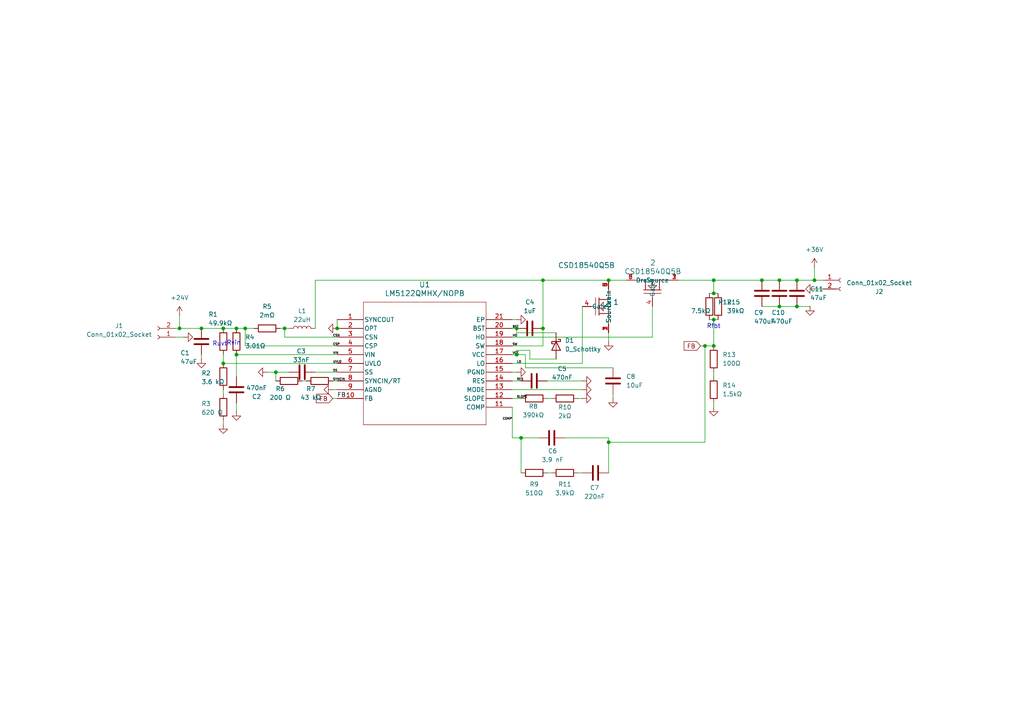
<source format=kicad_sch>
(kicad_sch (version 20250114) (generator "eeschema") (generator_version "9.0")
  (paper "A4")
  (lib_symbols
    (symbol "Boost_Converter_Library:CSD18540Q5B" (pin_names (offset 0.254))
      (property "Value" "CSD18540Q5B" (at -6.985 10.16 0))
      (symbol "CSD18540Q5B_1_1"
        (polyline (pts (xy -3.81 0) (xy -1.27 0)) (stroke (width 0.1524)))
        (polyline (pts (xy -1.27 0) (xy 0 0)) (stroke (width 0.1524)))
        (polyline (pts (xy 0 -2.54) (xy 0 2.54)) (stroke (width 0.1524)))
        (polyline (pts (xy 1.016 2.54) (xy 1.016 -2.54)) (stroke (width 0.1524)))
        (polyline (pts (xy 1.016 2.54) (xy 1.016 -2.54)) (stroke (width 0.1524)))
        (polyline (pts (xy 1.016 0) (xy 2.286 1.27)) (stroke (width 0.1524)))
        (polyline (pts (xy 1.016 -2.032) (xy 3.81 -2.032)) (stroke (width 0.1524)))
        (polyline (pts (xy 1.27 -2.032) (xy 3.556 -2.032)) (stroke (width 0.1524)))
        (polyline (pts (xy 2.286 1.27) (xy 2.286 -1.27)) (stroke (width 0.1524)))
        (polyline (pts (xy 2.286 0) (xy 3.81 0)) (stroke (width 0.1524)))
        (polyline (pts (xy 2.286 -1.27) (xy 1.016 0)) (stroke (width 0.1524)))
        (polyline (pts (xy 2.794 0) (xy 3.81 0)) (stroke (width 0.1524)))
        (polyline (pts (xy 3.81 7.366) (xy 3.81 4.826)) (stroke (width 0.1524)))
        (polyline (pts (xy 3.81 5.08) (xy 3.81 2.54)) (stroke (width 0.1524)))
        (polyline (pts (xy 3.81 2.54) (xy 3.81 2.032)) (stroke (width 0.1524)))
        (polyline (pts (xy 3.81 2.54) (xy 3.81 2.032)) (stroke (width 0.1524)))
        (polyline (pts (xy 3.81 2.032) (xy 1.016 2.032)) (stroke (width 0.1524)))
        (polyline (pts (xy 3.81 2.032) (xy 1.27 2.032)) (stroke (width 0.1524)))
        (polyline (pts (xy 3.81 0) (xy 3.81 -2.54)) (stroke (width 0.1524)))
        (polyline (pts (xy 3.81 0) (xy 3.81 -2.54)) (stroke (width 0.1524)))
        (polyline (pts (xy 3.81 -2.54) (xy 3.81 -5.08)) (stroke (width 0.1524)))
        (polyline (pts (xy 3.81 -7.62) (xy 3.81 -5.08)) (stroke (width 0.1524)))
        (pin unspecified line (at -3.81 0 0) (length 2.54) (name "Gate") (number "4"))
        (pin unspecified line (at 3.81 7.62 270) (length 2.54) (name "Drain") (number "5"))
        (pin unspecified line (at 3.81 7.62 270) (length 2.54) (name "Drain") (number "6"))
        (pin unspecified line (at 3.81 7.62 270) (length 2.54) (name "Drain") (number "7"))
        (pin unspecified line (at 3.81 7.62 270) (length 2.54) (name "Drain") (number "8"))
        (pin unspecified line (at 3.81 -7.62 90) (length 2.54) (name "Source") (number "1"))
        (pin unspecified line (at 3.81 -7.62 90) (length 2.54) (name "Source") (number "2"))
        (pin unspecified line (at 3.81 -7.62 90) (length 2.54) (name "Source") (number "3"))
      )
    )
    (symbol "Boost_Converter_Library:LM5122QMH_NOPB" (pin_names (offset 0.254))
      (property "Reference" "U" (at 25.4 10.16 0))
      (property "Value" "LM5122QMH/NOPB" (at 25.4 7.62 0))
      (symbol "LM5122QMH_NOPB_0_1"
        (polyline (pts (xy 7.62 5.08) (xy 7.62 -30.48)) (stroke (width 0.127)))
        (polyline (pts (xy 7.62 -30.48) (xy 43.18 -30.48)) (stroke (width 0.127)))
        (polyline (pts (xy 43.18 5.08) (xy 7.62 5.08)) (stroke (width 0.127)))
        (polyline (pts (xy 43.18 -30.48) (xy 43.18 5.08)) (stroke (width 0.127)))
        (pin output line (at 0 0 0) (length 7.62) (name "SYNCOUT") (number "1"))
        (pin input line (at 0 -2.54 0) (length 7.62) (name "OPT") (number "2"))
        (pin input line (at 0 -5.08 0) (length 7.62) (name "CSN") (number "3"))
        (pin input line (at 0 -7.62 0) (length 7.62) (name "CSP") (number "4"))
        (pin input line (at 0 -10.16 0) (length 7.62) (name "VIN") (number "5"))
        (pin input line (at 0 -12.7 0) (length 7.62) (name "UVLO") (number "6"))
        (pin input line (at 0 -15.24 0) (length 7.62) (name "SS") (number "7"))
        (pin input line (at 0 -17.78 0) (length 7.62) (name "SYNCIN/RT") (number "8"))
        (pin power_in line (at 0 -20.32 0) (length 7.62) (name "AGND") (number "9"))
        (pin input line (at 0 -22.86 0) (length 7.62) (name "FB") (number "10"))
        (pin power_out line (at 50.8 0 180) (length 7.62) (name "EP") (number "21"))
        (pin input line (at 50.8 -2.54 180) (length 7.62) (name "BST") (number "20"))
        (pin output line (at 50.8 -5.08 180) (length 7.62) (name "HO") (number "19"))
        (pin bidirectional line (at 50.8 -7.62 180) (length 7.62) (name "SW") (number "18"))
        (pin power_in line (at 50.8 -10.16 180) (length 7.62) (name "VCC") (number "17"))
        (pin output line (at 50.8 -12.7 180) (length 7.62) (name "LO") (number "16"))
        (pin power_in line (at 50.8 -15.24 180) (length 7.62) (name "PGND") (number "15"))
        (pin output line (at 50.8 -17.78 180) (length 7.62) (name "RES") (number "14"))
        (pin input line (at 50.8 -20.32 180) (length 7.62) (name "MODE") (number "13"))
        (pin input line (at 50.8 -22.86 180) (length 7.62) (name "SLOPE") (number "12"))
        (pin output line (at 50.8 -25.4 180) (length 7.62) (name "COMP") (number "11"))
      )
    )
    (symbol "Connector:Conn_01x02_Socket" (pin_names (offset 1.016) (hide yes))
      (property "Reference" "J" (at 0 2.54 0))
      (property "Value" "Conn_01x02_Socket" (at 0 -5.08 0))
      (symbol "Conn_01x02_Socket_1_1"
        (polyline (pts (xy -1.27 0) (xy -0.508 0)) (stroke (width 0.1524)))
        (polyline (pts (xy -1.27 -2.54) (xy -0.508 -2.54)) (stroke (width 0.1524)))
        (arc (start 0 -0.508) (mid -0.5058 0) (end 0 0.508) (stroke (width 0.1524)))
        (arc (start 0 -3.048) (mid -0.5058 -2.54) (end 0 -2.032) (stroke (width 0.1524)))
        (pin passive line (at -5.08 0 0) (length 3.81) (name "Pin_1") (number "1"))
        (pin passive line (at -5.08 -2.54 0) (length 3.81) (name "Pin_2") (number "2"))
      )
    )
    (symbol "Device:C" (pin_numbers (hide yes)) (pin_names (offset 0.254))
      (property "Reference" "C" (at 0.635 2.54 0))
      (property "Value" "C" (at 0.635 -2.54 0))
      (symbol "C_0_1"
        (polyline (pts (xy -2.032 0.762) (xy 2.032 0.762)) (stroke (width 0.508)))
        (polyline (pts (xy -2.032 -0.762) (xy 2.032 -0.762)) (stroke (width 0.508)))
      )
      (symbol "C_1_1"
        (pin passive line (at 0 3.81 270) (length 2.794) (name "~") (number "1"))
        (pin passive line (at 0 -3.81 90) (length 2.794) (name "~") (number "2"))
      )
    )
    (symbol "Device:D_Schottky" (pin_numbers (hide yes)) (pin_names (offset 1.016) (hide yes))
      (property "Reference" "D" (at 0 2.54 0))
      (property "Value" "D_Schottky" (at 0 -2.54 0))
      (symbol "D_Schottky_0_1"
        (polyline (pts (xy -1.905 0.635) (xy -1.905 1.27) (xy -1.27 1.27) (xy -1.27 -1.27) (xy -0.635 -1.27) (xy -0.635 -0.635)) (stroke (width 0.254)))
        (polyline (pts (xy 1.27 1.27) (xy 1.27 -1.27) (xy -1.27 0) (xy 1.27 1.27)) (stroke (width 0.254)))
        (polyline (pts (xy 1.27 0) (xy -1.27 0)))
      )
      (symbol "D_Schottky_1_1"
        (pin passive line (at -3.81 0 0) (length 2.54) (name "K") (number "1"))
        (pin passive line (at 3.81 0 180) (length 2.54) (name "A") (number "2"))
      )
    )
    (symbol "Device:L" (pin_numbers (hide yes)) (pin_names (offset 1.016) (hide yes))
      (property "Reference" "L" (at -1.27 0 90))
      (property "Value" "L" (at 1.905 0 90))
      (symbol "L_0_1"
        (arc (start 0 2.54) (mid 0.6323 1.905) (end 0 1.27))
        (arc (start 0 1.27) (mid 0.6323 0.635) (end 0 0))
        (arc (start 0 0) (mid 0.6323 -0.635) (end 0 -1.27))
        (arc (start 0 -1.27) (mid 0.6323 -1.905) (end 0 -2.54))
      )
      (symbol "L_1_1"
        (pin passive line (at 0 3.81 270) (length 1.27) (name "1") (number "1"))
        (pin passive line (at 0 -3.81 90) (length 1.27) (name "2") (number "2"))
      )
    )
    (symbol "Device:R" (pin_numbers (hide yes)) (pin_names (offset 0))
      (property "Reference" "R" (at 2.032 0 90))
      (property "Value" "R" (at 0 0 90))
      (symbol "R_0_1"
        (rectangle (start -1.016 -2.54) (end 1.016 2.54) (stroke (width 0.254)))
      )
      (symbol "R_1_1"
        (pin passive line (at 0 3.81 270) (length 1.27) (name "~") (number "1"))
        (pin passive line (at 0 -3.81 90) (length 1.27) (name "~") (number "2"))
      )
    )
    (symbol "power:+24V" (power) (pin_numbers (hide yes)) (pin_names (offset 0) (hide yes))
      (property "Value" "+24V" (at 0 3.556 0))
      (symbol "+24V_0_1"
        (polyline (pts (xy -0.762 1.27) (xy 0 2.54)))
        (polyline (pts (xy 0 2.54) (xy 0.762 1.27)))
        (polyline (pts (xy 0 0) (xy 0 2.54)))
      )
      (symbol "+24V_1_1"
        (pin power_in line (at 0 0 90) (length 0) (name "~") (number "1"))
      )
    )
    (symbol "power:GND" (power) (pin_numbers (hide yes)) (pin_names (offset 0) (hide yes))
      (property "Value" "GND" (at 0 -3.81 0))
      (symbol "GND_0_1"
        (polyline (pts (xy 0 0) (xy 0 -1.27) (xy 1.27 -1.27) (xy 0 -2.54) (xy -1.27 -1.27) (xy 0 -1.27)))
      )
      (symbol "GND_1_1"
        (pin power_in line (at 0 0 270) (length 0) (name "~") (number "1"))
      )
    )
  )
  (text "Rvin" (at 67.818 99.568 0) (effects (font (size 1.27 1.27))))
  (text "Ruvt" (at 63.754 99.822 0) (effects (font (size 1.27 1.27))))
  (text "Rfbt" (at 207.01 94.742 0) (effects (font (size 1.27 1.27))))
  (junction (at 58.42 95.25))
  (junction (at 157.48 95.25))
  (junction (at 231.14 81.28))
  (junction (at 220.98 81.28))
  (junction (at 207.01 81.28))
  (junction (at 226.06 88.9))
  (junction (at 231.14 88.9))
  (junction (at 149.86 102.87))
  (junction (at 176.53 128.27))
  (junction (at 80.01 107.95))
  (junction (at 64.77 105.41))
  (junction (at 68.58 102.87))
  (junction (at 207.01 85.09))
  (junction (at 97.79 95.25))
  (junction (at 71.12 95.25))
  (junction (at 82.55 95.25))
  (junction (at 64.77 95.25))
  (junction (at 176.53 81.28))
  (junction (at 157.48 81.28))
  (junction (at 52.07 95.25))
  (junction (at 151.13 127))
  (junction (at 207.01 92.71))
  (junction (at 236.22 81.28))
  (junction (at 207.01 100.33))
  (junction (at 226.06 81.28))
  (junction (at 204.47 100.33))
  (junction (at 149.86 95.25))
  (junction (at 68.58 95.25))
  (wire (pts (xy 157.48 95.25) (xy 157.48 100.33)))
  (wire (pts (xy 226.06 88.9) (xy 231.14 88.9)))
  (wire (pts (xy 68.58 116.84) (xy 68.58 119.38)))
  (wire (pts (xy 207.01 81.28) (xy 220.98 81.28)))
  (wire (pts (xy 64.77 105.41) (xy 97.79 105.41)))
  (wire (pts (xy 153.67 104.14) (xy 153.67 101.6)))
  (wire (pts (xy 77.47 107.95) (xy 80.01 107.95)))
  (wire (pts (xy 80.01 107.95) (xy 80.01 110.49)))
  (wire (pts (xy 177.8 114.3) (xy 177.8 115.57)))
  (wire (pts (xy 207.01 107.95) (xy 207.01 109.22)))
  (wire (pts (xy 204.47 100.33) (xy 204.47 128.27)))
  (wire (pts (xy 148.59 127) (xy 151.13 127)))
  (wire (pts (xy 149.86 102.87) (xy 152.4 102.87)))
  (wire (pts (xy 148.59 113.03) (xy 168.91 113.03)))
  (wire (pts (xy 149.86 102.87) (xy 148.59 102.87)))
  (wire (pts (xy 149.86 95.25) (xy 149.86 96.52)))
  (wire (pts (xy 149.86 101.6) (xy 149.86 102.87)))
  (wire (pts (xy 148.59 95.25) (xy 149.86 95.25)))
  (wire (pts (xy 71.12 95.25) (xy 73.66 95.25)))
  (wire (pts (xy 151.13 127) (xy 151.13 137.16)))
  (wire (pts (xy 82.55 97.79) (xy 97.79 97.79)))
  (wire (pts (xy 158.75 110.49) (xy 168.91 110.49)))
  (wire (pts (xy 161.29 96.52) (xy 149.86 96.52)))
  (wire (pts (xy 81.28 95.25) (xy 82.55 95.25)))
  (wire (pts (xy 87.63 110.49) (xy 88.9 110.49)))
  (wire (pts (xy 68.58 102.87) (xy 97.79 102.87)))
  (wire (pts (xy 97.79 92.71) (xy 97.79 95.25)))
  (wire (pts (xy 231.14 88.9) (xy 234.95 88.9)))
  (wire (pts (xy 96.52 113.03) (xy 97.79 113.03)))
  (wire (pts (xy 96.52 110.49) (xy 97.79 110.49)))
  (wire (pts (xy 205.74 85.09) (xy 207.01 85.09)))
  (wire (pts (xy 157.48 81.28) (xy 157.48 95.25)))
  (wire (pts (xy 167.64 137.16) (xy 168.91 137.16)))
  (wire (pts (xy 207.01 81.28) (xy 207.01 85.09)))
  (wire (pts (xy 220.98 81.28) (xy 226.06 81.28)))
  (wire (pts (xy 58.42 102.87) (xy 58.42 104.14)))
  (wire (pts (xy 207.01 92.71) (xy 208.28 92.71)))
  (wire (pts (xy 71.12 100.33) (xy 97.79 100.33)))
  (wire (pts (xy 207.01 85.09) (xy 208.28 85.09)))
  (wire (pts (xy 168.91 105.41) (xy 148.59 105.41)))
  (wire (pts (xy 207.01 92.71) (xy 207.01 100.33)))
  (wire (pts (xy 158.75 137.16) (xy 160.02 137.16)))
  (wire (pts (xy 196.85 81.28) (xy 207.01 81.28)))
  (wire (pts (xy 176.53 137.16) (xy 176.53 128.27)))
  (wire (pts (xy 152.4 106.68) (xy 177.8 106.68)))
  (wire (pts (xy 168.91 88.9) (xy 168.91 105.41)))
  (wire (pts (xy 189.23 88.9) (xy 189.23 97.79)))
  (wire (pts (xy 176.53 128.27) (xy 176.53 127)))
  (wire (pts (xy 207.01 116.84) (xy 207.01 118.11)))
  (wire (pts (xy 161.29 104.14) (xy 153.67 104.14)))
  (wire (pts (xy 231.14 81.28) (xy 236.22 81.28)))
  (wire (pts (xy 236.22 83.82) (xy 238.76 83.82)))
  (wire (pts (xy 148.59 107.95) (xy 149.86 107.95)))
  (wire (pts (xy 82.55 97.79) (xy 82.55 95.25)))
  (wire (pts (xy 82.55 95.25) (xy 83.82 95.25)))
  (wire (pts (xy 176.53 96.52) (xy 176.53 99.06)))
  (wire (pts (xy 207.01 100.33) (xy 204.47 100.33)))
  (wire (pts (xy 80.01 107.95) (xy 83.82 107.95)))
  (wire (pts (xy 71.12 95.25) (xy 71.12 100.33)))
  (wire (pts (xy 226.06 81.28) (xy 231.14 81.28)))
  (wire (pts (xy 68.58 102.87) (xy 68.58 109.22)))
  (wire (pts (xy 158.75 115.57) (xy 160.02 115.57)))
  (wire (pts (xy 68.58 95.25) (xy 71.12 95.25)))
  (wire (pts (xy 64.77 95.25) (xy 68.58 95.25)))
  (wire (pts (xy 91.44 81.28) (xy 157.48 81.28)))
  (wire (pts (xy 176.53 127) (xy 163.83 127)))
  (wire (pts (xy 148.59 110.49) (xy 151.13 110.49)))
  (wire (pts (xy 91.44 95.25) (xy 91.44 81.28)))
  (wire (pts (xy 220.98 88.9) (xy 226.06 88.9)))
  (wire (pts (xy 176.53 128.27) (xy 204.47 128.27)))
  (wire (pts (xy 148.59 115.57) (xy 151.13 115.57)))
  (wire (pts (xy 64.77 121.92) (xy 64.77 123.19)))
  (wire (pts (xy 205.74 92.71) (xy 207.01 92.71)))
  (wire (pts (xy 236.22 77.47) (xy 236.22 81.28)))
  (wire (pts (xy 52.07 95.25) (xy 58.42 95.25)))
  (wire (pts (xy 148.59 92.71) (xy 149.86 92.71)))
  (wire (pts (xy 157.48 81.28) (xy 176.53 81.28)))
  (wire (pts (xy 50.8 95.25) (xy 52.07 95.25)))
  (wire (pts (xy 64.77 102.87) (xy 64.77 105.41)))
  (wire (pts (xy 152.4 102.87) (xy 152.4 106.68)))
  (wire (pts (xy 148.59 118.11) (xy 148.59 127)))
  (wire (pts (xy 50.8 97.79) (xy 53.34 97.79)))
  (wire (pts (xy 167.64 115.57) (xy 168.91 115.57)))
  (wire (pts (xy 157.48 100.33) (xy 148.59 100.33)))
  (wire (pts (xy 156.21 127) (xy 151.13 127)))
  (wire (pts (xy 153.67 101.6) (xy 149.86 101.6)))
  (wire (pts (xy 52.07 91.44) (xy 52.07 95.25)))
  (wire (pts (xy 204.47 100.33) (xy 203.2 100.33)))
  (wire (pts (xy 64.77 113.03) (xy 64.77 114.3)))
  (wire (pts (xy 176.53 81.28) (xy 181.61 81.28)))
  (wire (pts (xy 96.52 115.57) (xy 97.79 115.57)))
  (wire (pts (xy 58.42 95.25) (xy 64.77 95.25)))
  (wire (pts (xy 236.22 81.28) (xy 238.76 81.28)))
  (wire (pts (xy 189.23 97.79) (xy 148.59 97.79)))
  (wire (pts (xy 91.44 107.95) (xy 97.79 107.95)))
  (label "SW" (at 148.59 100.33 0) (effects (font (size 0.635 0.635))))
  (label "SS" (at 96.52 107.95 0) (effects (font (size 0.635 0.635))))
  (label "HO" (at 148.59 97.79 0) (effects (font (size 0.635 0.635))))
  (label "RES" (at 149.86 110.49 0) (effects (font (size 0.635 0.635))))
  (label "SLOPE" (at 149.86 115.57 0) (effects (font (size 0.635 0.635))))
  (label "VIN" (at 96.52 102.87 0) (effects (font (size 0.635 0.635))))
  (label "VCC" (at 148.59 102.87 0) (effects (font (size 0.635 0.635))))
  (label "CSP" (at 96.52 100.33 0) (effects (font (size 0.635 0.635))))
  (label "LO" (at 149.86 105.41 0) (effects (font (size 0.635 0.635))))
  (label "COMP" (at 148.59 121.92 180) (effects (font (size 0.635 0.635))))
  (label "BST" (at 148.59 95.25 0) (effects (font (size 0.635 0.635))))
  (label "UVLO" (at 96.52 105.41 0) (effects (font (size 0.635 0.635))))
  (label "SYNCIN" (at 96.52 110.49 0) (effects (font (size 0.635 0.635))))
  (label "CSN" (at 96.52 97.79 0) (effects (font (size 0.635 0.635))))
  (label "FB" (at 97.79 115.57 0))
  (global_label "FB" (shape input) (at 96.52 115.57 180) (property "Intersheetrefs" "${INTERSHEET_REFS}" (effects (hide yes))))
  (global_label "FB" (shape input) (at 203.2 100.33 180) (property "Intersheetrefs" "${INTERSHEET_REFS}" (effects (hide yes))))
  (symbol (lib_id "power:GND") (at 236.22 83.82 270) (unit 1)
    (property "Reference" "#PWR019" (effects (hide yes)))
    (property "Value" "GND" (effects (hide yes)))
    (property "Description" "Power symbol creates a global label with name \"GND\" , ground" (effects (hide yes)))
  )
  (symbol (lib_id "Device:R") (at 77.47 95.25 90) (unit 1)
    (property "Reference" "R5" (at 77.47 88.9 90))
    (property "Value" "2mΩ" (at 77.47 91.44 90))
    (property "Footprint" "Resistor_SMD:R_2512_6332Metric" (effects (hide yes)))
    (property "Description" "Resistor" (effects (hide yes)))
    (property "JLCPCB Part number" "C728306" (effects (hide yes)))
  )
  (symbol (lib_id "Connector:Conn_01x02_Socket") (at 45.72 97.79 180) (unit 1)
    (property "Reference" "J1" (at 34.544 94.488 0))
    (property "Value" "Conn_01x02_Socket" (at 34.544 97.028 0))
    (property "Footprint" "TerminalBlock_MetzConnect:TerminalBlock_MetzConnect_Type055_RT01502HDWU_1x02_P5.00mm_Horizontal" (effects (hide yes)))
    (property "Description" "Generic connector, single row, 01x02, script generated" (effects (hide yes)))
  )
  (symbol (lib_id "Device:R") (at 64.77 118.11 0) (unit 1)
    (property "Reference" "R3" (at 58.42 117.094 0) (effects (justify left)))
    (property "Value" "620 Ω" (at 58.42 119.634 0) (effects (justify left)))
    (property "Footprint" "Resistor_SMD:R_0603_1608Metric" (effects (hide yes)))
    (property "Description" "Resistor" (effects (hide yes)))
    (property "JLCPCB Part number" "C23220" (effects (hide yes)))
  )
  (symbol (lib_id "power:+24V") (at 236.22 77.47 0) (unit 1)
    (property "Reference" "#PWR018" (effects (hide yes)))
    (property "Value" "+36V" (at 236.22 72.39 0))
    (property "Description" "Power symbol creates a global label with name \"+24V\"" (effects (hide yes)))
  )
  (symbol (lib_id "Device:R") (at 163.83 137.16 90) (unit 1)
    (property "Reference" "R11" (at 163.83 140.462 90))
    (property "Value" "3.9kΩ" (at 163.83 143.002 90))
    (property "Footprint" "Resistor_SMD:R_0603_1608Metric" (effects (hide yes)))
    (property "Description" "Resistor" (effects (hide yes)))
    (property "JLCPCB Part number" "C23018" (effects (hide yes)))
  )
  (symbol (lib_id "Connector:Conn_01x02_Socket") (at 243.84 81.28 0) (unit 1)
    (property "Reference" "J2" (at 255.016 84.582 0))
    (property "Value" "Conn_01x02_Socket" (at 255.016 82.042 0))
    (property "Footprint" "TerminalBlock_MetzConnect:TerminalBlock_MetzConnect_Type055_RT01502HDWU_1x02_P5.00mm_Horizontal" (effects (hide yes)))
    (property "Description" "Generic connector, single row, 01x02, script generated" (effects (hide yes)))
  )
  (symbol (lib_id "Device:R") (at 154.94 137.16 90) (unit 1)
    (property "Reference" "R9" (at 154.94 140.462 90))
    (property "Value" "510Ω" (at 154.94 143.002 90))
    (property "Footprint" "Resistor_SMD:R_0603_1608Metric" (effects (hide yes)))
    (property "Description" "Resistor" (effects (hide yes)))
    (property "JLCPCB Part number" "C23193" (effects (hide yes)))
  )
  (symbol (lib_id "Boost_Converter_Library:LM5122QMH_NOPB") (at 97.79 92.71 0) (unit 1)
    (property "Reference" "U1" (at 123.19 82.55 0) (effects (font (size 1.524 1.524))))
    (property "Value" "LM5122QMHX/NOPB" (at 123.19 85.09 0) (effects (font (size 1.524 1.524))))
    (property "Footprint" "Boost_Converter_Footprint_Library:HTSSOP20" (effects (hide yes)))
    (property "Datasheet" "https://www.ti.com/lit/gpn/lm5122-q1" (effects (hide yes)))
    (property "JLCPCB Part number" "C527477" (effects (hide yes)))
  )
  (symbol (lib_id "Boost_Converter_Library:CSD18540Q5B") (at 189.23 85.09 90) (unit 1)
    (property "Reference" "2" (at 189.357 76.2 90) (effects (font (size 1.524 1.524))))
    (property "Value" "CSD18540Q5B" (at 189.357 78.74 90) (effects (font (size 1.524 1.524))))
    (property "Footprint" "DNK0008A" (effects (hide yes)))
    (property "Datasheet" "https://www.ti.com/lit/gpn/csd18540q5b" (effects (hide yes)))
    (property "JLCPCB Part number" "C86513" (effects (hide yes)))
  )
  (symbol (lib_id "power:GND") (at 176.53 99.06 0) (unit 1)
    (property "Reference" "#PWR014" (effects (hide yes)))
    (property "Value" "GND" (effects (hide yes)))
    (property "Description" "Power symbol creates a global label with name \"GND\" , ground" (effects (hide yes)))
  )
  (symbol (lib_id "Device:C") (at 154.94 110.49 90) (unit 1)
    (property "Reference" "C5" (at 163.068 106.934 90))
    (property "Value" "470nF" (at 163.068 109.474 90))
    (property "Footprint" "Capacitor_SMD:C_0603_1608Metric" (effects (hide yes)))
    (property "Description" "Unpolarized capacitor" (effects (hide yes)))
    (property "JLCPCB Part number" "C1623" (effects (hide yes)))
  )
  (symbol (lib_id "power:GND") (at 58.42 104.14 0) (unit 1)
    (property "Reference" "#PWR03" (effects (hide yes)))
    (property "Value" "GND" (effects (hide yes)))
    (property "Description" "Power symbol creates a global label with name \"GND\" , ground" (effects (hide yes)))
  )
  (symbol (lib_id "power:GND") (at 77.47 107.95 270) (unit 1)
    (property "Reference" "#PWR06" (effects (hide yes)))
    (property "Value" "GND" (effects (hide yes)))
    (property "Description" "Power symbol creates a global label with name \"GND\" , ground" (effects (hide yes)))
  )
  (symbol (lib_id "Device:C") (at 87.63 107.95 90) (unit 1)
    (property "Reference" "C3" (at 87.376 101.854 90))
    (property "Value" "33nF" (at 87.376 104.394 90))
    (property "Footprint" "Capacitor_SMD:C_0603_1608Metric" (effects (hide yes)))
    (property "Description" "Unpolarized capacitor" (effects (hide yes)))
    (property "JLCPCB Part number" "C21117" (effects (hide yes)))
  )
  (symbol (lib_id "power:GND") (at 64.77 123.19 0) (unit 1)
    (property "Reference" "#PWR04" (effects (hide yes)))
    (property "Value" "GND" (effects (hide yes)))
    (property "Description" "Power symbol creates a global label with name \"GND\" , ground" (effects (hide yes)))
  )
  (symbol (lib_id "power:GND") (at 168.91 115.57 90) (unit 1)
    (property "Reference" "#PWR013" (effects (hide yes)))
    (property "Value" "GND" (effects (hide yes)))
    (property "Description" "Power symbol creates a global label with name \"GND\" , ground" (effects (hide yes)))
  )
  (symbol (lib_id "Device:C") (at 160.02 127 90) (unit 1)
    (property "Reference" "C6" (at 160.274 130.81 90))
    (property "Value" "3.9 nF" (at 160.274 133.35 90))
    (property "Footprint" "Capacitor_SMD:C_0603_1608Metric" (effects (hide yes)))
    (property "Description" "Unpolarized capacitor" (effects (hide yes)))
    (property "JLCPCB Part number" "C1618" (effects (hide yes)))
  )
  (symbol (lib_id "power:GND") (at 149.86 107.95 90) (unit 1)
    (property "Reference" "#PWR010" (effects (hide yes)))
    (property "Value" "GND" (effects (hide yes)))
    (property "Description" "Power symbol creates a global label with name \"GND\" , ground" (effects (hide yes)))
  )
  (symbol (lib_id "Device:R") (at 207.01 113.03 0) (unit 1)
    (property "Reference" "R14" (at 209.55 111.7599 0) (effects (justify left)))
    (property "Value" "1.5kΩ" (at 209.55 114.2999 0) (effects (justify left)))
    (property "Footprint" "Resistor_SMD:R_0603_1608Metric" (effects (hide yes)))
    (property "Description" "Resistor" (effects (hide yes)))
    (property "JLCPCB Part number" "C22843" (effects (hide yes)))
  )
  (symbol (lib_id "Device:R") (at 205.74 88.9 0) (unit 1)
    (property "Reference" "R12" (at 208.28 87.6299 0) (effects (justify left)))
    (property "Value" "7.5kΩ" (at 200.406 90.17 0) (effects (justify left)))
    (property "Footprint" "Resistor_SMD:R_0603_1608Metric" (effects (hide yes)))
    (property "Description" "Resistor" (effects (hide yes)))
    (property "JLCPCB Part number" "C23234" (effects (hide yes)))
  )
  (symbol (lib_id "power:GND") (at 207.01 118.11 0) (unit 1)
    (property "Reference" "#PWR016" (effects (hide yes)))
    (property "Value" "GND" (effects (hide yes)))
    (property "Description" "Power symbol creates a global label with name \"GND\" , ground" (effects (hide yes)))
  )
  (symbol (lib_id "power:GND") (at 68.58 119.38 0) (unit 1)
    (property "Reference" "#PWR05" (effects (hide yes)))
    (property "Value" "GND" (effects (hide yes)))
    (property "Description" "Power symbol creates a global label with name \"GND\" , ground" (effects (hide yes)))
  )
  (symbol (lib_id "Device:C") (at 58.42 99.06 0) (unit 1)
    (property "Reference" "C1" (at 52.324 102.362 0) (effects (justify left)))
    (property "Value" "47uF" (at 52.324 104.902 0) (effects (justify left)))
    (property "Footprint" "Capacitor_SMD:C_1206_3216Metric" (effects (hide yes)))
    (property "Description" "Unpolarized capacitor" (effects (hide yes)))
    (property "JLCPCB Part number" "C96123" (effects (hide yes)))
  )
  (symbol (lib_id "Device:R") (at 64.77 99.06 0) (unit 1)
    (property "Reference" "R1" (at 60.452 91.186 0) (effects (justify left)))
    (property "Value" "49.9kΩ" (at 60.452 93.726 0) (effects (justify left)))
    (property "Footprint" "Resistor_SMD:R_0603_1608Metric" (effects (hide yes)))
    (property "Description" "Resistor" (effects (hide yes)))
    (property "JLCPCB Part number" "C23184" (effects (hide yes)))
  )
  (symbol (lib_id "Device:R") (at 64.77 109.22 0) (unit 1)
    (property "Reference" "R2" (at 58.42 108.204 0) (effects (justify left)))
    (property "Value" "3.6 kΩ" (at 58.42 110.744 0) (effects (justify left)))
    (property "Footprint" "Resistor_SMD:R_0603_1608Metric" (effects (hide yes)))
    (property "Description" "Resistor" (effects (hide yes)))
    (property "JLCPCB Part number" "C22980" (effects (hide yes)))
  )
  (symbol (lib_id "power:GND") (at 53.34 97.79 90) (unit 1)
    (property "Reference" "#PWR02" (effects (hide yes)))
    (property "Value" "GND" (effects (hide yes)))
    (property "Description" "Power symbol creates a global label with name \"GND\" , ground" (effects (hide yes)))
  )
  (symbol (lib_id "power:GND") (at 96.52 113.03 270) (unit 1)
    (property "Reference" "#PWR07" (effects (hide yes)))
    (property "Value" "GND" (effects (hide yes)))
    (property "Description" "Power symbol creates a global label with name \"GND\" , ground" (effects (hide yes)))
  )
  (symbol (lib_id "Device:C") (at 153.67 95.25 90) (unit 1)
    (property "Reference" "C4" (at 153.67 87.63 90))
    (property "Value" "1uF" (at 153.67 90.17 90))
    (property "Footprint" "Capacitor_SMD:C_0805_2012Metric" (effects (hide yes)))
    (property "Description" "Unpolarized capacitor" (effects (hide yes)))
    (property "JLCPCB Part number" "C28323" (effects (hide yes)))
  )
  (symbol (lib_id "power:GND") (at 177.8 115.57 0) (unit 1)
    (property "Reference" "#PWR015" (effects (hide yes)))
    (property "Value" "GND" (effects (hide yes)))
    (property "Description" "Power symbol creates a global label with name \"GND\" , ground" (effects (hide yes)))
  )
  (symbol (lib_id "Device:R") (at 207.01 104.14 0) (unit 1)
    (property "Reference" "R13" (at 209.55 102.8699 0) (effects (justify left)))
    (property "Value" "100Ω" (at 209.55 105.4099 0) (effects (justify left)))
    (property "Footprint" "Resistor_SMD:R_0603_1608Metric" (effects (hide yes)))
    (property "Description" "Resistor" (effects (hide yes)))
    (property "JLCPCB Part number" "C22775" (effects (hide yes)))
  )
  (symbol (lib_id "Device:C") (at 231.14 85.09 0) (unit 1)
    (property "Reference" "C11" (at 234.95 83.8199 0) (effects (justify left)))
    (property "Value" "47uF" (at 234.95 86.3599 0) (effects (justify left)))
    (property "Footprint" "Boost_Converter_Footprint_Library:K-55_MUR" (effects (hide yes)))
    (property "Description" "Unpolarized capacitor" (effects (hide yes)))
    (property "JLCPCB Part number" "C7213084" (effects (hide yes)))
  )
  (symbol (lib_id "Device:R") (at 92.71 110.49 90) (unit 1)
    (property "Reference" "R7" (at 90.17 112.776 90))
    (property "Value" "43 kΩ" (at 90.17 115.316 90))
    (property "Footprint" "Resistor_SMD:R_0603_1608Metric" (effects (hide yes)))
    (property "Description" "Resistor" (effects (hide yes)))
    (property "JLCPCB Part number" "C23172" (effects (hide yes)))
  )
  (symbol (lib_id "Device:R") (at 83.82 110.49 90) (unit 1)
    (property "Reference" "R6" (at 81.28 112.776 90))
    (property "Value" "200 Ω" (at 81.28 115.316 90))
    (property "Footprint" "Resistor_SMD:R_0603_1608Metric" (effects (hide yes)))
    (property "Description" "Resistor" (effects (hide yes)))
    (property "JLCPCB Part number" "C8218" (effects (hide yes)))
  )
  (symbol (lib_id "Device:C") (at 220.98 85.09 0) (unit 1)
    (property "Reference" "C9" (at 218.694 90.678 0) (effects (justify left)))
    (property "Value" "470uF" (at 218.694 93.218 0) (effects (justify left)))
    (property "Footprint" "Capacitor_THT:CP_Radial_D10.0mm_P5.00mm" (effects (hide yes)))
    (property "Description" "Unpolarized capacitor" (effects (hide yes)))
    (property "JLCPCB Part number" "C5438877" (effects (hide yes)))
  )
  (symbol (lib_id "Device:R") (at 154.94 115.57 90) (unit 1)
    (property "Reference" "R8" (at 154.686 117.856 90))
    (property "Value" "390kΩ" (at 154.686 120.396 90))
    (property "Footprint" "Resistor_SMD:R_0603_1608Metric" (effects (hide yes)))
    (property "Description" "Resistor" (effects (hide yes)))
    (property "JLCPCB Part number" "C23150" (effects (hide yes)))
  )
  (symbol (lib_id "Device:D_Schottky") (at 161.29 100.33 270) (unit 1)
    (property "Reference" "D1" (at 163.83 98.7424 90) (effects (justify left)))
    (property "Value" "D_Schottky" (at 163.83 101.2824 90) (effects (justify left)))
    (property "Footprint" "Diode_SMD:D_SMA" (effects (hide yes)))
    (property "Description" "Schottky diode" (effects (hide yes)))
    (property "JLCPCB Part number" "C18199198" (effects (hide yes)))
  )
  (symbol (lib_id "Device:C") (at 172.72 137.16 90) (unit 1)
    (property "Reference" "C7" (at 172.466 141.478 90))
    (property "Value" "220nF" (at 172.466 144.018 90))
    (property "Footprint" "Capacitor_SMD:C_0603_1608Metric" (effects (hide yes)))
    (property "Description" "Unpolarized capacitor" (effects (hide yes)))
    (property "JLCPCB Part number" "C21120" (effects (hide yes)))
  )
  (symbol (lib_id "Device:C") (at 68.58 113.03 180) (unit 1)
    (property "Reference" "C2" (at 74.422 115.062 0))
    (property "Value" "470nF" (at 74.422 112.522 0))
    (property "Footprint" "Capacitor_SMD:C_0603_1608Metric" (effects (hide yes)))
    (property "Description" "Unpolarized capacitor" (effects (hide yes)))
    (property "JLCPCB Part number" "C1623" (effects (hide yes)))
  )
  (symbol (lib_id "power:GND") (at 168.91 110.49 90) (unit 1)
    (property "Reference" "#PWR011" (effects (hide yes)))
    (property "Value" "GND" (effects (hide yes)))
    (property "Description" "Power symbol creates a global label with name \"GND\" , ground" (effects (hide yes)))
  )
  (symbol (lib_id "power:GND") (at 97.79 95.25 270) (unit 1)
    (property "Reference" "#PWR08" (effects (hide yes)))
    (property "Value" "GND" (effects (hide yes)))
    (property "Description" "Power symbol creates a global label with name \"GND\" , ground" (effects (hide yes)))
  )
  (symbol (lib_id "Device:R") (at 208.28 88.9 0) (unit 1)
    (property "Reference" "R15" (at 210.82 87.6299 0) (effects (justify left)))
    (property "Value" "39kΩ" (at 210.82 90.1699 0) (effects (justify left)))
    (property "Footprint" "Resistor_SMD:R_0603_1608Metric" (effects (hide yes)))
    (property "Description" "Resistor" (effects (hide yes)))
    (property "JLCPCB Part number" "C23153" (effects (hide yes)))
  )
  (symbol (lib_id "Device:R") (at 163.83 115.57 90) (unit 1)
    (property "Reference" "R10" (at 163.83 118.11 90))
    (property "Value" "2kΩ" (at 163.83 120.65 90))
    (property "Footprint" "Resistor_SMD:R_0603_1608Metric" (effects (hide yes)))
    (property "Description" "Resistor" (effects (hide yes)))
    (property "JLCPCB Part number" "C22975" (effects (hide yes)))
  )
  (symbol (lib_id "Device:C") (at 177.8 110.49 0) (unit 1)
    (property "Reference" "C8" (at 181.61 109.2199 0) (effects (justify left)))
    (property "Value" "10uF" (at 181.61 111.7599 0) (effects (justify left)))
    (property "Footprint" "Capacitor_SMD:C_0805_2012Metric" (effects (hide yes)))
    (property "Description" "Unpolarized capacitor" (effects (hide yes)))
    (property "JLCPCB Part number" "C440198" (effects (hide yes)))
  )
  (symbol (lib_id "power:+24V") (at 52.07 91.44 0) (unit 1)
    (property "Reference" "#PWR01" (effects (hide yes)))
    (property "Value" "+24V" (at 52.07 86.36 0))
    (property "Description" "Power symbol creates a global label with name \"+24V\"" (effects (hide yes)))
  )
  (symbol (lib_id "Device:L") (at 87.63 95.25 90) (unit 1)
    (property "Reference" "L1" (at 87.63 90.17 90))
    (property "Value" "22uH" (at 87.63 92.71 90))
    (property "Footprint" "Boost_Converter_Footprint_Library:IND_SER2918H_COC" (effects (hide yes)))
    (property "Description" "Inductor" (effects (hide yes)))
    (property "JLCPCB Part number" "C17398237" (effects (hide yes)))
  )
  (symbol (lib_id "Device:C") (at 226.06 85.09 0) (unit 1)
    (property "Reference" "C10" (at 223.774 90.678 0) (effects (justify left)))
    (property "Value" "470uF" (at 223.774 93.218 0) (effects (justify left)))
    (property "Footprint" "Capacitor_THT:CP_Radial_D10.0mm_P5.00mm" (effects (hide yes)))
    (property "Description" "Unpolarized capacitor" (effects (hide yes)))
    (property "JLCPCB Part number" "C5438877" (effects (hide yes)))
  )
  (symbol (lib_id "power:GND") (at 149.86 92.71 90) (unit 1)
    (property "Reference" "#PWR09" (effects (hide yes)))
    (property "Value" "GND" (effects (hide yes)))
    (property "Description" "Power symbol creates a global label with name \"GND\" , ground" (effects (hide yes)))
  )
  (symbol (lib_id "Device:R") (at 68.58 99.06 0) (unit 1)
    (property "Reference" "R4" (at 71.12 97.7899 0) (effects (justify left)))
    (property "Value" "3.01Ω" (at 71.12 100.3299 0) (effects (justify left)))
    (property "Footprint" "Resistor_SMD:R_0603_1608Metric" (effects (hide yes)))
    (property "Description" "Resistor" (effects (hide yes)))
    (property "JLCPCB Part number" "C49655781" (effects (hide yes)))
  )
  (symbol (lib_id "power:GND") (at 234.95 88.9 0) (unit 1)
    (property "Reference" "#PWR017" (effects (hide yes)))
    (property "Value" "GND" (effects (hide yes)))
    (property "Description" "Power symbol creates a global label with name \"GND\" , ground" (effects (hide yes)))
  )
  (symbol (lib_id "Boost_Converter_Library:CSD18540Q5B") (at 172.72 88.9 0) (unit 1)
    (property "Reference" "1" (at 177.8 87.6299 0) (effects (font (size 1.524 1.524)) (justify left)))
    (property "Value" "CSD18540Q5B" (at 161.798 76.962 0) (effects (font (size 1.524 1.524)) (justify left)))
    (property "Footprint" "DNK0008A" (effects (hide yes)))
    (property "Datasheet" "https://www.ti.com/lit/gpn/csd18540q5b" (effects (hide yes)))
    (property "JLCPCB Part number" "C86513" (effects (hide yes)))
  )
  (symbol (lib_id "power:GND") (at 168.91 113.03 90) (unit 1)
    (property "Reference" "#PWR012" (effects (hide yes)))
    (property "Value" "GND" (effects (hide yes)))
    (property "Description" "Power symbol creates a global label with name \"GND\" , ground" (effects (hide yes)))
  )
)
</source>
